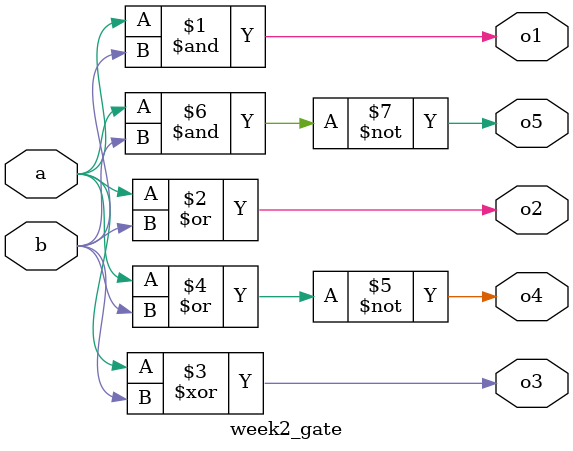
<source format=v>
`timescale 1ns / 1ps


module week2_gate(a,b,o1,o2,o3,o4,o5);

input a,b;
output o1,o2,o3,o4,o5;
wire o1,o2,o3,o4,o5;

assign o1=a&b;
assign o2=a|b;
assign o3=a^b;
assign o4=~(a|b);
assign o5=~(a&b);

endmodule

</source>
